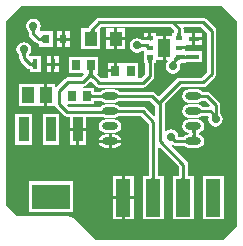
<source format=gtl>
G04*
G04 #@! TF.GenerationSoftware,Altium Limited,Altium Designer,20.1.14 (287)*
G04*
G04 Layer_Physical_Order=1*
G04 Layer_Color=255*
%FSLAX25Y25*%
%MOIN*%
G70*
G04*
G04 #@! TF.SameCoordinates,09F66941-CC2D-4279-A4A5-F80E71D954FF*
G04*
G04*
G04 #@! TF.FilePolarity,Positive*
G04*
G01*
G75*
%ADD16R,0.05000X0.12520*%
%ADD17R,0.02362X0.03150*%
%ADD18R,0.03347X0.01772*%
%ADD19O,0.05315X0.02362*%
%ADD20R,0.04134X0.05906*%
%ADD21R,0.02165X0.01575*%
%ADD22R,0.02756X0.03347*%
%ADD23R,0.04134X0.05315*%
%ADD24R,0.03543X0.08268*%
%ADD25R,0.12598X0.08268*%
%ADD26R,0.04331X0.04724*%
%ADD27R,0.01772X0.03347*%
%ADD28R,0.02953X0.03347*%
%ADD43C,0.01000*%
%ADD44C,0.02800*%
G36*
X298600Y454800D02*
X298600Y386500D01*
X293800Y381700D01*
X251496Y381700D01*
X244598Y388598D01*
X244598Y388598D01*
X243896Y389137D01*
X243078Y389476D01*
X242200Y389591D01*
X225209D01*
X221391Y393409D01*
X221391Y454695D01*
X223911Y457215D01*
X226800Y459800D01*
X293600D01*
X298600Y454800D01*
D02*
G37*
%LPC*%
G36*
X268877Y450766D02*
X267295D01*
Y449478D01*
X268877D01*
Y450766D01*
D02*
G37*
G36*
X261168Y452262D02*
X258502D01*
Y449400D01*
X261168D01*
Y452262D01*
D02*
G37*
G36*
X257502D02*
X254837D01*
Y449400D01*
X257502D01*
Y452262D01*
D02*
G37*
G36*
X284600Y450639D02*
Y449253D01*
X286773D01*
Y450639D01*
X284600D01*
D02*
G37*
G36*
X242681Y451275D02*
X241000D01*
Y449200D01*
X242681D01*
Y451275D01*
D02*
G37*
G36*
X240000D02*
X238319D01*
Y449200D01*
X240000D01*
Y451275D01*
D02*
G37*
G36*
X286773Y448253D02*
X284600D01*
Y446867D01*
X286773D01*
Y448253D01*
D02*
G37*
G36*
X242681Y448200D02*
X241000D01*
Y446125D01*
X242681D01*
Y448200D01*
D02*
G37*
G36*
X240000D02*
X238319D01*
Y446125D01*
X240000D01*
Y448200D01*
D02*
G37*
G36*
X230600Y455447D02*
X229664Y455261D01*
X228870Y454730D01*
X228339Y453936D01*
X228153Y453000D01*
X228339Y452064D01*
X228870Y451270D01*
X228964Y451206D01*
X228976Y451192D01*
X229002Y451155D01*
X229022Y451120D01*
X229039Y451084D01*
X229052Y451047D01*
X229063Y451007D01*
X229071Y450969D01*
Y450400D01*
X229187Y449815D01*
X229519Y449319D01*
X231219Y447619D01*
X231715Y447287D01*
X232300Y447171D01*
X232610D01*
Y446125D01*
X236972D01*
Y451275D01*
X232935D01*
X232668Y451775D01*
X232861Y452064D01*
X233047Y453000D01*
X232861Y453936D01*
X232330Y454730D01*
X231536Y455261D01*
X230600Y455447D01*
D02*
G37*
G36*
X261168Y448400D02*
X258502D01*
Y445538D01*
X261168D01*
Y448400D01*
D02*
G37*
G36*
X257502D02*
X254837D01*
Y445538D01*
X257502D01*
Y448400D01*
D02*
G37*
G36*
X238986Y442973D02*
X237600D01*
Y440800D01*
X238986D01*
Y442973D01*
D02*
G37*
G36*
X236600D02*
X235214D01*
Y440800D01*
X236600D01*
Y442973D01*
D02*
G37*
G36*
X257382Y440873D02*
X255405D01*
Y438700D01*
X257382D01*
Y440873D01*
D02*
G37*
G36*
X238986Y439800D02*
X237600D01*
Y437627D01*
X238986D01*
Y439800D01*
D02*
G37*
G36*
X236600D02*
X235214D01*
Y437627D01*
X236600D01*
Y439800D01*
D02*
G37*
G36*
X227400Y447747D02*
X226464Y447561D01*
X225670Y447030D01*
X225139Y446236D01*
X224953Y445300D01*
X225139Y444364D01*
X225670Y443570D01*
X225764Y443506D01*
X225776Y443492D01*
X225802Y443455D01*
X225822Y443420D01*
X225838Y443384D01*
X225852Y443347D01*
X225863Y443307D01*
X225871Y443269D01*
Y442300D01*
X225987Y441715D01*
X226319Y441219D01*
X228313Y439224D01*
X228809Y438893D01*
X229309Y438793D01*
Y437627D01*
X233080D01*
Y442973D01*
X229309D01*
X229196Y443060D01*
X229186Y443089D01*
X229130Y443570D01*
X229661Y444364D01*
X229847Y445300D01*
X229661Y446236D01*
X229130Y447030D01*
X228336Y447561D01*
X227400Y447747D01*
D02*
G37*
G36*
X287193Y455836D02*
X276993D01*
X276957Y455829D01*
X252500D01*
X251915Y455713D01*
X251419Y455381D01*
X249295Y453258D01*
X248963Y452762D01*
X248864Y452262D01*
X246569D01*
Y445538D01*
X252900D01*
Y452262D01*
X252900Y452262D01*
X252900D01*
X253091Y452687D01*
X253159Y452771D01*
X276366D01*
X277571Y451567D01*
Y450766D01*
X276940D01*
Y449781D01*
X274700D01*
Y445828D01*
Y441875D01*
X275286D01*
X275437Y441375D01*
X275370Y441330D01*
X274839Y440536D01*
X274653Y439600D01*
X274839Y438664D01*
X275370Y437870D01*
X276164Y437339D01*
X277100Y437153D01*
X278036Y437339D01*
X278830Y437870D01*
X279361Y438664D01*
X279547Y439600D01*
X279390Y440391D01*
X279679Y440891D01*
X280055D01*
X280094Y440883D01*
X280132Y440891D01*
X280956D01*
X281105Y440891D01*
X281105Y440891D01*
X281427Y440961D01*
Y440961D01*
X282401D01*
X282439Y440954D01*
X282477Y440961D01*
X286773D01*
Y444733D01*
X282558D01*
X282555Y444734D01*
X282544Y444733D01*
X282477D01*
X282439Y444741D01*
X282401Y444733D01*
X281427D01*
X281105Y445100D01*
Y445328D01*
X279023D01*
Y446328D01*
X281105D01*
Y446500D01*
X281427Y446867D01*
X281606Y446867D01*
X283600D01*
Y448753D01*
Y450639D01*
X281553Y450639D01*
X281105Y450766D01*
X280629Y451121D01*
Y452200D01*
X280591Y452391D01*
X280909Y452778D01*
X286560D01*
X288471Y450867D01*
Y437833D01*
X286467Y435829D01*
X279300D01*
X278715Y435713D01*
X278219Y435382D01*
X272400Y429563D01*
X271182Y430781D01*
X270685Y431113D01*
X270100Y431229D01*
X259352D01*
X259245Y431236D01*
X259215Y431239D01*
X259193Y431273D01*
X258471Y431755D01*
X257620Y431924D01*
X254668D01*
X253817Y431755D01*
X253095Y431273D01*
X253076Y431244D01*
X252899Y431229D01*
X250799D01*
Y432373D01*
X247140D01*
X247134Y432871D01*
X247719Y432987D01*
X248215Y433319D01*
X249661Y434764D01*
X251406Y433019D01*
X251902Y432687D01*
X252487Y432571D01*
X267100D01*
X267685Y432687D01*
X268181Y433019D01*
X270458Y435296D01*
X270790Y435792D01*
X270906Y436377D01*
Y440891D01*
X271460D01*
Y441875D01*
X273700D01*
Y445828D01*
Y449781D01*
X271460D01*
Y450766D01*
X269877D01*
Y448978D01*
X269377D01*
Y448478D01*
X267165D01*
X266978Y448396D01*
X266794Y448354D01*
X266036Y448861D01*
X265100Y449047D01*
X264164Y448861D01*
X263370Y448330D01*
X262839Y447536D01*
X262653Y446600D01*
X262839Y445664D01*
X263370Y444870D01*
X264164Y444339D01*
X265100Y444153D01*
X266036Y444339D01*
X266794Y444846D01*
X266978Y444804D01*
X267271Y444675D01*
X267273Y444672D01*
X267295Y444625D01*
Y440891D01*
X267848D01*
Y437010D01*
X266466Y435629D01*
X265476D01*
Y440873D01*
X260524D01*
Y440873D01*
X260358D01*
Y440873D01*
X258382D01*
Y438200D01*
X257882D01*
Y437700D01*
X255405D01*
Y435629D01*
X253121D01*
X251823Y436927D01*
X252031Y437427D01*
X252039D01*
Y442773D01*
X247617D01*
X247283Y442773D01*
X246783Y442773D01*
X242361D01*
Y440447D01*
X242292Y440100D01*
X242361Y439753D01*
Y437427D01*
X246783D01*
X247291Y437427D01*
X247498Y436927D01*
X246500Y435929D01*
X242100D01*
X241515Y435813D01*
X241019Y435481D01*
X238273Y432735D01*
X237772Y432942D01*
Y433658D01*
X235206D01*
Y430000D01*
Y426342D01*
X237772D01*
X237961Y426105D01*
X238019Y426019D01*
X240719Y423318D01*
X241215Y422987D01*
X241800Y422871D01*
X242684D01*
Y419121D01*
X248227D01*
Y422871D01*
X253404D01*
X253462Y422882D01*
X253817Y422645D01*
X254668Y422476D01*
X257620D01*
X258471Y422645D01*
X259193Y423128D01*
X259212Y423156D01*
X259389Y423171D01*
X266367D01*
X269071Y420467D01*
Y403129D01*
X267100D01*
Y388609D01*
X274100D01*
Y403129D01*
X272129D01*
Y412554D01*
X272591Y412746D01*
X279071Y406266D01*
Y403129D01*
X277100D01*
Y388609D01*
X284100D01*
Y403129D01*
X282129D01*
Y406900D01*
X282013Y407485D01*
X281681Y407981D01*
X276726Y412936D01*
X276894Y413476D01*
X277002Y413496D01*
X277315Y413287D01*
X277900Y413171D01*
X280692D01*
X280799Y413164D01*
X280829Y413161D01*
X280851Y413128D01*
X281573Y412645D01*
X282424Y412476D01*
X285376D01*
X286227Y412645D01*
X286949Y413128D01*
X287431Y413849D01*
X287600Y414700D01*
X287431Y415551D01*
X286949Y416272D01*
X286227Y416755D01*
X285629Y416874D01*
Y417526D01*
X286227Y417645D01*
X286949Y418127D01*
X287431Y418849D01*
X287600Y419700D01*
X287431Y420551D01*
X286949Y421273D01*
X286227Y421755D01*
X285376Y421924D01*
X282424D01*
X281573Y421755D01*
X280851Y421273D01*
X280369Y420551D01*
X280200Y419700D01*
X280369Y418849D01*
X280851Y418127D01*
X281573Y417645D01*
X282424Y417476D01*
X282571D01*
Y416924D01*
X282424D01*
X281573Y416755D01*
X280851Y416272D01*
X280832Y416244D01*
X280655Y416229D01*
X278841D01*
X278661Y417136D01*
X278130Y417930D01*
X277336Y418461D01*
X276400Y418647D01*
X275464Y418461D01*
X274829Y418037D01*
X274329Y418253D01*
Y427000D01*
X274302Y427139D01*
X279934Y432771D01*
X287100D01*
X287685Y432887D01*
X288181Y433219D01*
X291081Y436119D01*
X291413Y436615D01*
X291529Y437200D01*
Y451500D01*
X291413Y452085D01*
X291081Y452582D01*
X288274Y455389D01*
X287778Y455720D01*
X287193Y455836D01*
D02*
G37*
G36*
X234206Y433658D02*
X225733D01*
Y426342D01*
X234206D01*
Y430000D01*
Y433658D01*
D02*
G37*
G36*
X285376Y431924D02*
X282424D01*
X281573Y431755D01*
X280851Y431273D01*
X280369Y430551D01*
X280200Y429700D01*
X280369Y428849D01*
X280851Y428127D01*
X281573Y427645D01*
X282424Y427476D01*
X285376D01*
X286227Y427645D01*
X286949Y428127D01*
X286968Y428156D01*
X287145Y428171D01*
X287867D01*
X289308Y426729D01*
X289101Y426229D01*
X287108D01*
X287001Y426236D01*
X286971Y426239D01*
X286949Y426272D01*
X286227Y426755D01*
X285376Y426924D01*
X282424D01*
X281573Y426755D01*
X280851Y426272D01*
X280369Y425551D01*
X280200Y424700D01*
X280369Y423849D01*
X280851Y423128D01*
X281573Y422645D01*
X282424Y422476D01*
X285376D01*
X286227Y422645D01*
X286949Y423128D01*
X286968Y423156D01*
X287145Y423171D01*
X288615D01*
X288656Y423148D01*
X288988Y422680D01*
X288853Y422000D01*
X289039Y421064D01*
X289570Y420270D01*
X290364Y419739D01*
X291300Y419553D01*
X292236Y419739D01*
X293030Y420270D01*
X293561Y421064D01*
X293747Y422000D01*
X293561Y422936D01*
X293143Y423562D01*
X293135Y423577D01*
X293125Y423589D01*
X293030Y423730D01*
X293012Y423743D01*
X293008Y423748D01*
X292985Y423794D01*
X292966Y423839D01*
X292950Y423885D01*
X292937Y423934D01*
X292929Y423979D01*
Y426800D01*
X292813Y427386D01*
X292481Y427882D01*
X289582Y430781D01*
X289086Y431113D01*
X288500Y431229D01*
X287108D01*
X287001Y431236D01*
X286971Y431239D01*
X286949Y431273D01*
X286227Y431755D01*
X285376Y431924D01*
D02*
G37*
G36*
X257620Y421924D02*
X254668D01*
X253817Y421755D01*
X253095Y421273D01*
X252613Y420551D01*
X252444Y419700D01*
X252613Y418849D01*
X253095Y418127D01*
X253817Y417645D01*
X254668Y417476D01*
X257620D01*
X258471Y417645D01*
X259193Y418127D01*
X259675Y418849D01*
X259844Y419700D01*
X259675Y420551D01*
X259193Y421273D01*
X258471Y421755D01*
X257620Y421924D01*
D02*
G37*
G36*
Y416924D02*
X256644D01*
Y415200D01*
X259745D01*
X259675Y415551D01*
X259193Y416272D01*
X258471Y416755D01*
X257620Y416924D01*
D02*
G37*
G36*
X255644D02*
X254668D01*
X253817Y416755D01*
X253095Y416272D01*
X252613Y415551D01*
X252543Y415200D01*
X255644D01*
Y416924D01*
D02*
G37*
G36*
X248227Y418121D02*
X245955D01*
Y413487D01*
X248227D01*
Y418121D01*
D02*
G37*
G36*
X244955D02*
X242684D01*
Y413487D01*
X244955D01*
Y418121D01*
D02*
G37*
G36*
X239172Y423755D02*
X233628D01*
Y413487D01*
X239172D01*
Y423755D01*
D02*
G37*
G36*
X230116D02*
X224573D01*
Y413487D01*
X230116D01*
Y423755D01*
D02*
G37*
G36*
X259745Y414200D02*
X256644D01*
Y412476D01*
X257620D01*
X258471Y412645D01*
X259193Y413128D01*
X259675Y413849D01*
X259745Y414200D01*
D02*
G37*
G36*
X255644D02*
X252543D01*
X252613Y413849D01*
X253095Y413128D01*
X253817Y412645D01*
X254668Y412476D01*
X255644D01*
Y414200D01*
D02*
G37*
G36*
X264100Y403129D02*
X261100D01*
Y396369D01*
X264100D01*
Y403129D01*
D02*
G37*
G36*
X260100D02*
X257100D01*
Y396369D01*
X260100D01*
Y403129D01*
D02*
G37*
G36*
X243699Y401313D02*
X229101D01*
Y391046D01*
X243699D01*
Y401313D01*
D02*
G37*
G36*
X294100Y403129D02*
X287100D01*
Y388609D01*
X294100D01*
Y403129D01*
D02*
G37*
G36*
X264100Y395369D02*
X261100D01*
Y388609D01*
X264100D01*
Y395369D01*
D02*
G37*
G36*
X260100D02*
X257100D01*
Y388609D01*
X260100D01*
Y395369D01*
D02*
G37*
%LPD*%
G36*
X231489Y451904D02*
X231407Y451804D01*
X231335Y451699D01*
X231273Y451591D01*
X231220Y451478D01*
X231177Y451361D01*
X231143Y451240D01*
X231119Y451115D01*
X231105Y450986D01*
X231100Y450852D01*
X230100D01*
X230095Y450986D01*
X230081Y451115D01*
X230057Y451240D01*
X230023Y451361D01*
X229980Y451478D01*
X229927Y451591D01*
X229865Y451699D01*
X229793Y451804D01*
X229711Y451904D01*
X229620Y452000D01*
X231580D01*
X231489Y451904D01*
D02*
G37*
G36*
X233634Y447700D02*
X233624Y447795D01*
X233594Y447880D01*
X233543Y447955D01*
X233472Y448020D01*
X233381Y448075D01*
X233270Y448120D01*
X233138Y448155D01*
X232986Y448180D01*
X232814Y448195D01*
X232622Y448200D01*
Y449200D01*
X232814Y449205D01*
X232986Y449220D01*
X233138Y449245D01*
X233270Y449280D01*
X233381Y449325D01*
X233472Y449380D01*
X233543Y449445D01*
X233594Y449520D01*
X233624Y449605D01*
X233634Y449700D01*
Y447700D01*
D02*
G37*
G36*
X228289Y444204D02*
X228207Y444104D01*
X228135Y443999D01*
X228073Y443891D01*
X228020Y443778D01*
X227977Y443661D01*
X227943Y443540D01*
X227919Y443415D01*
X227905Y443286D01*
X227900Y443152D01*
X226900D01*
X226895Y443286D01*
X226881Y443415D01*
X226857Y443540D01*
X226823Y443661D01*
X226780Y443778D01*
X226727Y443891D01*
X226665Y443999D01*
X226593Y444104D01*
X226511Y444204D01*
X226420Y444300D01*
X228380D01*
X228289Y444204D01*
D02*
G37*
G36*
X230321Y439380D02*
X230311Y439461D01*
X230283Y439533D01*
X230237Y439597D01*
X230172Y439652D01*
X230089Y439699D01*
X229987Y439738D01*
X229867Y439767D01*
X229728Y439789D01*
X229570Y439802D01*
X229394Y439806D01*
Y440806D01*
X229570Y440810D01*
X229728Y440823D01*
X229867Y440844D01*
X229987Y440874D01*
X230089Y440912D01*
X230172Y440959D01*
X230237Y441015D01*
X230283Y441079D01*
X230311Y441151D01*
X230321Y441232D01*
Y439380D01*
D02*
G37*
G36*
X250881Y451998D02*
X250893Y451839D01*
X250915Y451698D01*
X250945Y451576D01*
X250983Y451473D01*
X251030Y451388D01*
X251085Y451323D01*
X251149Y451276D01*
X251222Y451248D01*
X251303Y451238D01*
X249450D01*
X249531Y451248D01*
X249604Y451276D01*
X249668Y451323D01*
X249723Y451388D01*
X249770Y451473D01*
X249808Y451576D01*
X249838Y451698D01*
X249859Y451839D01*
X249872Y451998D01*
X249876Y452176D01*
X250876D01*
X250881Y451998D01*
D02*
G37*
G36*
X279605Y450564D02*
X279620Y450394D01*
X279644Y450244D01*
X279679Y450114D01*
X279723Y450004D01*
X279778Y449914D01*
X279842Y449844D01*
X279916Y449794D01*
X280000Y449764D01*
X280094Y449754D01*
X278100D01*
X278195Y449764D01*
X278280Y449794D01*
X278355Y449844D01*
X278420Y449914D01*
X278475Y450004D01*
X278520Y450114D01*
X278555Y450244D01*
X278580Y450394D01*
X278595Y450564D01*
X278600Y450754D01*
X279600D01*
X279605Y450564D01*
D02*
G37*
G36*
X266196Y447489D02*
X266296Y447407D01*
X266401Y447335D01*
X266509Y447273D01*
X266622Y447220D01*
X266739Y447177D01*
X266860Y447143D01*
X266985Y447119D01*
X267114Y447105D01*
X267248Y447100D01*
Y446100D01*
X267114Y446095D01*
X266985Y446081D01*
X266860Y446057D01*
X266739Y446023D01*
X266622Y445980D01*
X266509Y445927D01*
X266401Y445865D01*
X266296Y445793D01*
X266196Y445711D01*
X266100Y445620D01*
Y447580D01*
X266196Y447489D01*
D02*
G37*
G36*
X268306Y446604D02*
X268319Y445600D01*
X268307Y445695D01*
X268276Y445780D01*
X268225Y445855D01*
X268154Y445920D01*
X268062Y445975D01*
X267951Y446020D01*
X267820Y446055D01*
X267669Y446080D01*
X267498Y446095D01*
X267306Y446100D01*
Y447100D01*
X268306Y446604D01*
D02*
G37*
G36*
X282439Y441973D02*
X282429Y442028D01*
X282399Y442078D01*
X282349Y442121D01*
X282279Y442159D01*
X282189Y442190D01*
X282079Y442216D01*
X281949Y442237D01*
X281799Y442251D01*
X281439Y442263D01*
Y443263D01*
X281629Y443267D01*
X281799Y443281D01*
X281949Y443304D01*
X282079Y443336D01*
X282189Y443377D01*
X282279Y443428D01*
X282349Y443487D01*
X282399Y443556D01*
X282429Y443634D01*
X282439Y443721D01*
Y441973D01*
D02*
G37*
G36*
X278969Y441915D02*
X278932Y441934D01*
X278881Y441934D01*
X278815Y441913D01*
X278735Y441871D01*
X278640Y441809D01*
X278532Y441727D01*
X278271Y441502D01*
X277953Y441196D01*
X277936Y441212D01*
X277916Y440738D01*
X276926Y440989D01*
X276929Y440994D01*
X276932Y441006D01*
X276935Y441027D01*
X276940Y441092D01*
X276944Y441395D01*
X277753D01*
X277245Y441903D01*
X277409Y442069D01*
X277859Y442591D01*
X277921Y442685D01*
X277962Y442765D01*
X277983Y442831D01*
X277984Y442882D01*
X277964Y442919D01*
X278969Y441915D01*
D02*
G37*
G36*
X280103Y443418D02*
X280134Y443385D01*
X280184Y443356D01*
X280254Y443332D01*
X280344Y443311D01*
X280453Y443293D01*
X280584Y443280D01*
X280904Y443265D01*
X281094Y443263D01*
Y442263D01*
X280904Y442259D01*
X280584Y442230D01*
X280453Y442205D01*
X280344Y442173D01*
X280254Y442133D01*
X280184Y442086D01*
X280134Y442032D01*
X280103Y441971D01*
X280094Y441903D01*
Y443454D01*
X280103Y443418D01*
D02*
G37*
G36*
X270282Y441905D02*
X270197Y441874D01*
X270122Y441824D01*
X270057Y441753D01*
X270002Y441662D01*
X269957Y441551D01*
X269922Y441419D01*
X269897Y441267D01*
X269882Y441095D01*
X269877Y440903D01*
X268877D01*
X268872Y441095D01*
X268857Y441267D01*
X268832Y441419D01*
X268797Y441551D01*
X268752Y441662D01*
X268697Y441753D01*
X268632Y441824D01*
X268557Y441874D01*
X268472Y441905D01*
X268377Y441915D01*
X270377D01*
X270282Y441905D01*
D02*
G37*
G36*
X250566Y438441D02*
X250481Y438410D01*
X250406Y438360D01*
X250341Y438289D01*
X250286Y438198D01*
X250241Y438086D01*
X250206Y437955D01*
X250182Y437810D01*
X250189Y437746D01*
X250224Y437560D01*
X250274Y437381D01*
X250337Y437207D01*
X250415Y437039D01*
X250507Y436877D01*
X250613Y436721D01*
X250733Y436571D01*
X250868Y436427D01*
Y436427D01*
D01*
X250368Y435513D01*
X250368Y435513D01*
Y435513D01*
X250226Y435640D01*
X250085Y435739D01*
X249943Y435810D01*
X249802Y435852D01*
X249661Y435866D01*
X249519Y435852D01*
X249378Y435810D01*
X249236Y435739D01*
X249095Y435640D01*
X248954Y435513D01*
X248453Y436427D01*
D01*
Y436427D01*
X248588Y436571D01*
X248708Y436721D01*
X248814Y436877D01*
X248906Y437039D01*
X248984Y437207D01*
X249047Y437381D01*
X249097Y437560D01*
X249132Y437746D01*
X249139Y437810D01*
X249116Y437955D01*
X249081Y438086D01*
X249036Y438198D01*
X248981Y438289D01*
X248916Y438360D01*
X248841Y438410D01*
X248756Y438441D01*
X248661Y438451D01*
X250661D01*
X250566Y438441D01*
D02*
G37*
G36*
X258245Y430597D02*
X258288Y430514D01*
X258361Y430440D01*
X258462Y430377D01*
X258592Y430323D01*
X258752Y430278D01*
X258940Y430244D01*
X259157Y430220D01*
X259403Y430205D01*
X259679Y430200D01*
Y429200D01*
X259403Y429195D01*
X258940Y429156D01*
X258752Y429121D01*
X258592Y429077D01*
X258462Y429023D01*
X258361Y428960D01*
X258288Y428886D01*
X258245Y428803D01*
X258230Y428710D01*
Y430690D01*
X258245Y430597D01*
D02*
G37*
G36*
X254058Y428710D02*
X254043Y428803D01*
X254000Y428886D01*
X253927Y428960D01*
X253826Y429023D01*
X253696Y429077D01*
X253536Y429121D01*
X253348Y429156D01*
X253131Y429180D01*
X252885Y429195D01*
X252609Y429200D01*
Y430200D01*
X252885Y430205D01*
X253348Y430244D01*
X253536Y430278D01*
X253696Y430323D01*
X253826Y430377D01*
X253927Y430440D01*
X254000Y430514D01*
X254043Y430597D01*
X254058Y430690D01*
Y428710D01*
D02*
G37*
G36*
X249797Y430605D02*
X249827Y430520D01*
X249877Y430445D01*
X249947Y430380D01*
X250037Y430325D01*
X250147Y430280D01*
X250277Y430245D01*
X250427Y430220D01*
X250597Y430205D01*
X250787Y430200D01*
Y429200D01*
X250597Y429195D01*
X250427Y429180D01*
X250277Y429155D01*
X250147Y429120D01*
X250037Y429075D01*
X249947Y429020D01*
X249877Y428955D01*
X249827Y428880D01*
X249797Y428795D01*
X249787Y428700D01*
Y430700D01*
X249797Y430605D01*
D02*
G37*
G36*
X271271Y426367D02*
Y423246D01*
X270809Y423054D01*
X268081Y425781D01*
X267585Y426113D01*
X267000Y426229D01*
X259352D01*
X259245Y426236D01*
X259215Y426239D01*
X259193Y426272D01*
X258471Y426755D01*
X257620Y426924D01*
X254668D01*
X253817Y426755D01*
X253095Y426272D01*
X252866Y425929D01*
X242434D01*
X241798Y426565D01*
X241989Y427027D01*
X245543D01*
X245878Y427027D01*
Y427027D01*
X246043D01*
Y427027D01*
X250799D01*
Y428171D01*
X252936D01*
X253043Y428164D01*
X253073Y428161D01*
X253095Y428127D01*
X253817Y427645D01*
X254668Y427476D01*
X257620D01*
X258471Y427645D01*
X259193Y428127D01*
X259212Y428156D01*
X259389Y428171D01*
X269467D01*
X271271Y426367D01*
D02*
G37*
G36*
X258245Y425597D02*
X258288Y425514D01*
X258361Y425440D01*
X258462Y425377D01*
X258592Y425323D01*
X258752Y425279D01*
X258940Y425244D01*
X259157Y425220D01*
X259403Y425205D01*
X259679Y425200D01*
Y424200D01*
X259403Y424195D01*
X258940Y424156D01*
X258752Y424122D01*
X258592Y424077D01*
X258462Y424023D01*
X258361Y423960D01*
X258288Y423886D01*
X258245Y423803D01*
X258230Y423709D01*
Y425691D01*
X258245Y425597D01*
D02*
G37*
G36*
X285005Y418523D02*
X284920Y418492D01*
X284845Y418442D01*
X284780Y418371D01*
X284725Y418280D01*
X284680Y418168D01*
X284645Y418037D01*
X284620Y417885D01*
X284605Y417713D01*
X284600Y417521D01*
X283600D01*
X283595Y417713D01*
X283580Y417885D01*
X283555Y418037D01*
X283520Y418168D01*
X283475Y418280D01*
X283420Y418371D01*
X283355Y418442D01*
X283280Y418492D01*
X283195Y418523D01*
X283100Y418533D01*
X285100D01*
X285005Y418523D01*
D02*
G37*
G36*
X284605Y416687D02*
X284620Y416515D01*
X284645Y416363D01*
X284680Y416231D01*
X284725Y416120D01*
X284780Y416029D01*
X284845Y415958D01*
X284920Y415908D01*
X285005Y415877D01*
X285100Y415867D01*
X283100D01*
X283195Y415877D01*
X283280Y415908D01*
X283355Y415958D01*
X283420Y416029D01*
X283475Y416120D01*
X283520Y416231D01*
X283555Y416363D01*
X283580Y416515D01*
X283595Y416687D01*
X283600Y416879D01*
X284600D01*
X284605Y416687D01*
D02*
G37*
G36*
X277780Y415918D02*
X277786Y415831D01*
X277803Y415741D01*
X277832Y415649D01*
X277873Y415555D01*
X277926Y415459D01*
X277990Y415360D01*
X278066Y415260D01*
X278154Y415158D01*
X278254Y415054D01*
X277547Y414347D01*
X277442Y414446D01*
X277340Y414534D01*
X277239Y414610D01*
X277141Y414674D01*
X277045Y414727D01*
X276951Y414768D01*
X276859Y414797D01*
X276769Y414814D01*
X276682Y414820D01*
X276596Y414814D01*
X277786Y416004D01*
X277780Y415918D01*
D02*
G37*
G36*
X281814Y413709D02*
X281799Y413803D01*
X281756Y413886D01*
X281683Y413960D01*
X281582Y414023D01*
X281452Y414077D01*
X281292Y414121D01*
X281104Y414156D01*
X280887Y414180D01*
X280641Y414195D01*
X280365Y414200D01*
Y415200D01*
X280641Y415205D01*
X281104Y415244D01*
X281292Y415278D01*
X281452Y415323D01*
X281582Y415377D01*
X281683Y415440D01*
X281756Y415514D01*
X281799Y415597D01*
X281814Y415691D01*
Y413709D01*
D02*
G37*
G36*
X281105Y402927D02*
X281120Y402757D01*
X281145Y402607D01*
X281180Y402477D01*
X281225Y402367D01*
X281280Y402277D01*
X281345Y402207D01*
X281420Y402157D01*
X281505Y402127D01*
X281600Y402117D01*
X279600D01*
X279695Y402127D01*
X279780Y402157D01*
X279855Y402207D01*
X279920Y402277D01*
X279975Y402367D01*
X280020Y402477D01*
X280055Y402607D01*
X280080Y402757D01*
X280095Y402927D01*
X280100Y403117D01*
X281100D01*
X281105Y402927D01*
D02*
G37*
G36*
X271105D02*
X271120Y402757D01*
X271145Y402607D01*
X271180Y402477D01*
X271225Y402367D01*
X271280Y402277D01*
X271345Y402207D01*
X271420Y402157D01*
X271505Y402127D01*
X271600Y402117D01*
X269600D01*
X269695Y402127D01*
X269780Y402157D01*
X269855Y402207D01*
X269920Y402277D01*
X269975Y402367D01*
X270020Y402477D01*
X270055Y402607D01*
X270080Y402757D01*
X270095Y402927D01*
X270100Y403117D01*
X271100D01*
X271105Y402927D01*
D02*
G37*
G36*
X286001Y430597D02*
X286044Y430514D01*
X286117Y430440D01*
X286218Y430377D01*
X286348Y430323D01*
X286508Y430278D01*
X286696Y430244D01*
X286913Y430220D01*
X287159Y430205D01*
X287435Y430200D01*
Y429200D01*
X287159Y429195D01*
X286696Y429156D01*
X286508Y429121D01*
X286348Y429077D01*
X286218Y429023D01*
X286117Y428960D01*
X286044Y428886D01*
X286001Y428803D01*
X285986Y428710D01*
Y430690D01*
X286001Y430597D01*
D02*
G37*
G36*
Y425597D02*
X286044Y425514D01*
X286117Y425440D01*
X286218Y425377D01*
X286348Y425323D01*
X286508Y425279D01*
X286696Y425244D01*
X286913Y425220D01*
X287159Y425205D01*
X287435Y425200D01*
Y424200D01*
X287159Y424195D01*
X286696Y424156D01*
X286508Y424122D01*
X286348Y424077D01*
X286218Y424023D01*
X286117Y423960D01*
X286044Y423886D01*
X286001Y423803D01*
X285986Y423709D01*
Y425691D01*
X286001Y425597D01*
D02*
G37*
G36*
X291900Y424105D02*
X291904Y423973D01*
X291918Y423843D01*
X291940Y423718D01*
X291972Y423595D01*
X292012Y423476D01*
X292062Y423359D01*
X292120Y423246D01*
X292187Y423137D01*
X292264Y423030D01*
X292349Y422927D01*
X291128Y423015D01*
X290099Y422719D01*
X290149Y422816D01*
X290183Y422914D01*
X290200Y423013D01*
X290202Y423112D01*
X290188Y423212D01*
X290157Y423312D01*
X290110Y423413D01*
X290047Y423515D01*
X289968Y423617D01*
X289873Y423720D01*
X290879Y423914D01*
X290880Y423918D01*
X290895Y424047D01*
X290900Y424182D01*
X291900Y424105D01*
D02*
G37*
D16*
X260600Y395869D02*
D03*
X270600D02*
D03*
X280600D02*
D03*
X290600D02*
D03*
D17*
X234791Y448700D02*
D03*
X240500D02*
D03*
D18*
X284100Y448753D02*
D03*
Y442847D02*
D03*
D19*
X256144Y429700D02*
D03*
Y424700D02*
D03*
Y419700D02*
D03*
Y414700D02*
D03*
X283900Y429700D02*
D03*
Y424700D02*
D03*
Y419700D02*
D03*
Y414700D02*
D03*
D20*
X274200Y445828D02*
D03*
D21*
X269377Y442678D02*
D03*
Y445828D02*
D03*
Y448978D02*
D03*
X279023Y442678D02*
D03*
Y445828D02*
D03*
Y448978D02*
D03*
D22*
X249661Y440100D02*
D03*
X244739D02*
D03*
X248421Y429700D02*
D03*
X243500D02*
D03*
D23*
X228800Y430000D02*
D03*
X234706D02*
D03*
D24*
X245455Y418621D02*
D03*
X236400D02*
D03*
X227345D02*
D03*
D25*
X236400Y396180D02*
D03*
D26*
X249735Y448900D02*
D03*
X258002D02*
D03*
D27*
X237100Y440300D02*
D03*
X231194D02*
D03*
D28*
X263000Y438200D02*
D03*
X257882D02*
D03*
D43*
X287193Y454307D02*
X290000Y451500D01*
X276993Y454307D02*
X287193D01*
X250376Y452176D02*
X252500Y454300D01*
X277000D01*
X276993Y454307D02*
X279100Y452200D01*
X239100Y427100D02*
Y431400D01*
X247134Y434400D02*
X249661Y436927D01*
X239100Y431400D02*
X242100Y434400D01*
X247134D01*
X252487Y434100D02*
X267100D01*
X269377Y436377D01*
X249661Y436927D02*
X252487Y434100D01*
X239100Y427100D02*
X241800Y424400D01*
X255883Y424439D02*
X256144Y424700D01*
X253444Y424439D02*
X255883D01*
X253404Y424400D02*
X253444Y424439D01*
X241800Y424400D02*
X253404D01*
X256144Y424700D02*
X267000D01*
X270100Y429700D02*
X272400Y427400D01*
X272800Y427000D01*
X279300Y434300D02*
X287100D01*
X272400Y427400D02*
X279300Y434300D01*
X272800Y414700D02*
Y427000D01*
X287100Y434300D02*
X290000Y437200D01*
Y451500D01*
X269377Y448978D02*
X269455Y448900D01*
X270600Y395869D02*
Y421100D01*
X267000Y424700D02*
X270600Y421100D01*
X256144Y429700D02*
X270100D01*
X249600Y448900D02*
X250376Y449676D01*
X249661Y436927D02*
Y436927D01*
Y440100D01*
X269377Y436377D02*
Y442678D01*
X279023Y448978D02*
Y449189D01*
X279100Y449266D02*
Y452200D01*
X279023Y449189D02*
X279100Y449266D01*
X269082Y445828D02*
X269377D01*
X268310Y446600D02*
X269082Y445828D01*
X265100Y446600D02*
X268310D01*
X283900Y414700D02*
X284100Y414900D01*
X283900Y419700D02*
X284100Y419500D01*
Y414900D02*
Y419500D01*
X277900Y414700D02*
X283900D01*
X272800Y414700D02*
X280600Y406900D01*
Y395869D02*
Y406900D01*
X276400Y416200D02*
X276400D01*
X277900Y414700D01*
X248421Y429700D02*
X256144D01*
X283900Y424700D02*
X289600D01*
X291300Y423000D01*
Y422000D02*
Y423000D01*
X291400D02*
Y426800D01*
X288500Y429700D02*
X291400Y426800D01*
X283900Y429700D02*
X288500D01*
X227400Y442300D02*
Y445300D01*
Y442300D02*
X229394Y440306D01*
X231189D02*
X231194Y440300D01*
X229394Y440306D02*
X231189D01*
X232300Y448700D02*
X234791D01*
X230600Y450400D02*
X232300Y448700D01*
X230600Y450400D02*
Y453000D01*
X279023Y442678D02*
X279107Y442763D01*
X278735Y442391D02*
X279023Y442678D01*
X277100Y439600D02*
X277444Y439944D01*
X278440Y442391D02*
X278735D01*
X277444Y441395D02*
X278440Y442391D01*
X277444Y439944D02*
Y441395D01*
X279107Y442763D02*
X284016D01*
X284100Y442847D01*
X250376Y449676D02*
Y452176D01*
D44*
X263000Y438200D02*
D03*
X276400Y416200D02*
D03*
X277100Y439600D02*
D03*
X265100Y446600D02*
D03*
X230600Y453000D02*
D03*
X228800Y430000D02*
D03*
X236400Y418621D02*
D03*
Y396180D02*
D03*
X227345Y418621D02*
D03*
X227400Y445300D02*
D03*
X243500Y429700D02*
D03*
X244739Y440100D02*
D03*
X291300Y422000D02*
D03*
X290600Y395869D02*
D03*
X260600D02*
D03*
M02*

</source>
